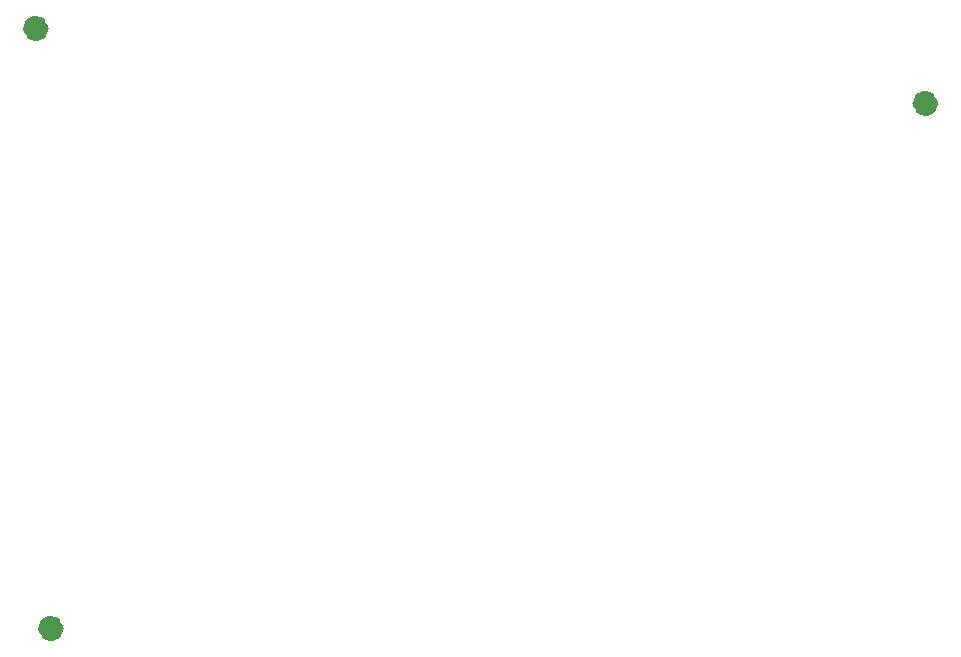
<source format=gko>
%FSAX24Y24*%
%MOIN*%
G70*
G01*
G75*
G04 Layer_Color=16711935*
%ADD10C,0.0060*%
%ADD11C,0.0394*%
%ADD12R,0.0374X0.0394*%
%ADD13R,0.0394X0.0374*%
%ADD14R,0.0630X0.0500*%
%ADD15R,0.0500X0.0630*%
%ADD16R,0.0787X0.0787*%
%ADD17R,0.0850X0.1080*%
%ADD18R,0.0512X0.0728*%
%ADD19R,0.0276X0.0276*%
%ADD20R,0.0276X0.0276*%
%ADD21R,0.0236X0.0315*%
%ADD22R,0.0315X0.0236*%
%ADD23R,0.0728X0.0512*%
%ADD24R,0.0600X0.1000*%
%ADD25R,0.0591X0.1102*%
%ADD26R,0.0550X0.0450*%
%ADD27O,0.0669X0.0118*%
%ADD28R,0.0681X0.0748*%
%ADD29R,0.1654X0.1181*%
%ADD30O,0.0138X0.0669*%
%ADD31R,0.0500X0.1200*%
%ADD32R,0.0787X0.0787*%
%ADD33R,0.0220X0.0200*%
%ADD34R,0.0866X0.0236*%
%ADD35R,0.0866X0.0236*%
%ADD36R,0.0272X0.0390*%
%ADD37R,0.0965X0.0748*%
%ADD38R,0.0160X0.0250*%
%ADD39R,0.0197X0.0161*%
%ADD40R,0.0630X0.0118*%
%ADD41O,0.0630X0.0118*%
%ADD42C,0.0200*%
%ADD43C,0.0070*%
%ADD44C,0.0080*%
%ADD45C,0.0120*%
%ADD46C,0.0250*%
%ADD47C,0.0100*%
%ADD48C,0.0500*%
%ADD49C,0.0030*%
%ADD50C,0.0040*%
%ADD51C,0.0600*%
%ADD52C,0.1750*%
%ADD53R,0.0600X0.0600*%
%ADD54R,0.0600X0.0600*%
%ADD55C,0.0750*%
%ADD56R,0.0750X0.0750*%
%ADD57C,0.0800*%
%ADD58R,0.0800X0.0800*%
%ADD59C,0.0591*%
%ADD60R,0.0591X0.0591*%
%ADD61R,0.0550X0.0550*%
%ADD62C,0.0550*%
%ADD63R,0.0550X0.0550*%
%ADD64R,0.0591X0.0591*%
%ADD65C,0.0200*%
%ADD66C,0.0160*%
%ADD67C,0.0400*%
%ADD68C,0.0850*%
%ADD69C,0.0520*%
%ADD70C,0.0554*%
%ADD71C,0.0300*%
%ADD72R,0.1575X0.0630*%
%ADD73R,0.0200X0.0220*%
%ADD74R,0.0236X0.0591*%
%ADD75R,0.0591X0.0236*%
%ADD76R,0.1142X0.2126*%
%ADD77R,0.0701X0.1402*%
%ADD78R,0.0902X0.0673*%
%ADD79R,0.0134X0.0256*%
%ADD80R,0.0134X0.0315*%
%ADD81R,0.1260X0.0630*%
%ADD82R,0.1100X0.1500*%
%ADD83C,0.0050*%
%ADD84C,0.0098*%
%ADD85C,0.0079*%
%ADD86R,0.0200X0.1240*%
%ADD87R,0.0200X0.1640*%
%ADD88R,0.1240X0.0200*%
%ADD89C,0.0000*%
%ADD90R,0.0925X0.0709*%
%ADD91C,0.0787*%
%ADD92R,0.0454X0.0474*%
%ADD93R,0.0474X0.0454*%
%ADD94R,0.0710X0.0580*%
%ADD95R,0.0580X0.0710*%
%ADD96R,0.0867X0.0867*%
%ADD97R,0.0930X0.1160*%
%ADD98R,0.0592X0.0808*%
%ADD99R,0.0356X0.0356*%
%ADD100R,0.0356X0.0356*%
%ADD101R,0.0316X0.0395*%
%ADD102R,0.0395X0.0316*%
%ADD103R,0.0808X0.0592*%
%ADD104R,0.0680X0.1080*%
%ADD105R,0.0671X0.1182*%
%ADD106R,0.0630X0.0530*%
%ADD107O,0.0749X0.0198*%
%ADD108R,0.0761X0.0828*%
%ADD109R,0.1734X0.1261*%
%ADD110O,0.0218X0.0749*%
%ADD111R,0.0580X0.1280*%
%ADD112R,0.0867X0.0867*%
%ADD113R,0.0300X0.0280*%
%ADD114R,0.0946X0.0316*%
%ADD115R,0.0946X0.0316*%
%ADD116R,0.0352X0.0470*%
%ADD117R,0.1025X0.0808*%
%ADD118R,0.0200X0.0290*%
%ADD119R,0.0257X0.0221*%
%ADD120R,0.0710X0.0198*%
%ADD121O,0.0710X0.0198*%
%ADD122C,0.0680*%
%ADD123C,0.1830*%
%ADD124R,0.0680X0.0680*%
%ADD125C,0.0830*%
%ADD126R,0.0830X0.0830*%
%ADD127C,0.0880*%
%ADD128R,0.0880X0.0880*%
%ADD129C,0.0671*%
%ADD130R,0.0671X0.0671*%
%ADD131R,0.0630X0.0630*%
%ADD132C,0.0630*%
%ADD133R,0.0630X0.0630*%
%ADD134R,0.0671X0.0671*%
%ADD135R,0.1655X0.0710*%
%ADD136R,0.0280X0.0300*%
%ADD137R,0.0316X0.0671*%
%ADD138R,0.0671X0.0316*%
%ADD139R,0.1222X0.2206*%
%ADD140R,0.0781X0.1482*%
%ADD141R,0.0982X0.0753*%
%ADD142R,0.0214X0.0336*%
%ADD143R,0.0214X0.0395*%
%ADD144R,0.1340X0.0710*%
%ADD145R,0.1180X0.1580*%
%ADD146C,0.0280*%
%ADD147C,0.0010*%
%ADD148C,0.0020*%
%ADD149C,0.0036*%
%ADD150R,0.0132X0.0182*%
%ADD151R,0.0200X0.2470*%
%ADD152C,0.0039*%
%ADD153C,0.0464*%
G54D153*
X026497Y040350D02*
G03*
X026497Y040350I-000197J000000D01*
G01*
X026997Y020350D02*
G03*
X026997Y020350I-000197J000000D01*
G01*
X056147Y037850D02*
G03*
X056147Y037850I-000197J000000D01*
G01*
M02*

</source>
